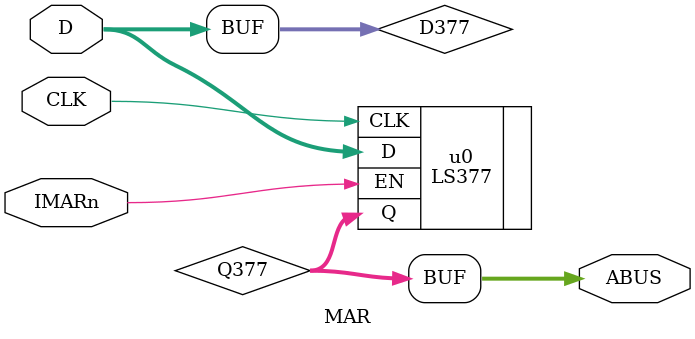
<source format=v>
module MAR(
input wire CLK,
input wire [7:0] D,
input wire IMARn,
output wire [7:0] ABUS);

wire [7:0] D377,Q377;
assign D377 = D;
assign ABUS = Q377;

LS377 u0(
    .CLK(CLK),
    .D(D377),
    .EN(IMARn),
    .Q(Q377)
);
endmodule

</source>
